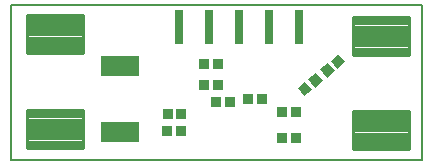
<source format=gtp>
G75*
%MOIN*%
%OFA0B0*%
%FSLAX25Y25*%
%IPPOS*%
%LPD*%
%AMOC8*
5,1,8,0,0,1.08239X$1,22.5*
%
%ADD10C,0.00500*%
%ADD11R,0.03346X0.03543*%
%ADD12R,0.12598X0.07087*%
%ADD13C,0.01102*%
%ADD14R,0.02559X0.11811*%
D10*
X0001250Y0001250D02*
X0001250Y0053150D01*
X0138350Y0053150D01*
X0138350Y0001250D01*
X0001250Y0001250D01*
D11*
X0053367Y0011050D03*
X0057933Y0011050D03*
X0058033Y0016750D03*
X0053467Y0016750D03*
X0069667Y0020750D03*
X0074233Y0020750D03*
X0080167Y0021750D03*
X0084733Y0021750D03*
X0091667Y0017250D03*
X0096233Y0017250D03*
G36*
X0101588Y0024716D02*
X0099026Y0022565D01*
X0096750Y0025278D01*
X0099312Y0027429D01*
X0101588Y0024716D01*
G37*
G36*
X0105086Y0027651D02*
X0102524Y0025500D01*
X0100248Y0028213D01*
X0102810Y0030364D01*
X0105086Y0027651D01*
G37*
G36*
X0104282Y0031563D02*
X0106844Y0033714D01*
X0109120Y0031001D01*
X0106558Y0028850D01*
X0104282Y0031563D01*
G37*
G36*
X0107780Y0034499D02*
X0110342Y0036650D01*
X0112618Y0033937D01*
X0110056Y0031786D01*
X0107780Y0034499D01*
G37*
X0070233Y0033250D03*
X0065667Y0033250D03*
X0065667Y0026250D03*
X0070233Y0026250D03*
X0091667Y0008750D03*
X0096233Y0008750D03*
D12*
X0037450Y0010726D03*
X0037450Y0032774D03*
D13*
X0025241Y0036911D02*
X0006659Y0036911D01*
X0006659Y0049589D01*
X0025241Y0049589D01*
X0025241Y0036911D01*
X0025241Y0037958D02*
X0006659Y0037958D01*
X0006659Y0039005D02*
X0025241Y0039005D01*
X0025241Y0040052D02*
X0006659Y0040052D01*
X0006659Y0041099D02*
X0025241Y0041099D01*
X0025241Y0042146D02*
X0006659Y0042146D01*
X0006659Y0043193D02*
X0025241Y0043193D01*
X0025241Y0044240D02*
X0006659Y0044240D01*
X0006659Y0045287D02*
X0025241Y0045287D01*
X0025241Y0046334D02*
X0006659Y0046334D01*
X0006659Y0047381D02*
X0025241Y0047381D01*
X0025241Y0048428D02*
X0006659Y0048428D01*
X0006659Y0049475D02*
X0025241Y0049475D01*
X0025241Y0005411D02*
X0006659Y0005411D01*
X0006659Y0018089D01*
X0025241Y0018089D01*
X0025241Y0005411D01*
X0025241Y0006458D02*
X0006659Y0006458D01*
X0006659Y0007505D02*
X0025241Y0007505D01*
X0025241Y0008552D02*
X0006659Y0008552D01*
X0006659Y0009599D02*
X0025241Y0009599D01*
X0025241Y0010646D02*
X0006659Y0010646D01*
X0006659Y0011693D02*
X0025241Y0011693D01*
X0025241Y0012740D02*
X0006659Y0012740D01*
X0006659Y0013787D02*
X0025241Y0013787D01*
X0025241Y0014834D02*
X0006659Y0014834D01*
X0006659Y0015881D02*
X0025241Y0015881D01*
X0025241Y0016928D02*
X0006659Y0016928D01*
X0006659Y0017975D02*
X0025241Y0017975D01*
X0115159Y0004911D02*
X0133741Y0004911D01*
X0115159Y0004911D02*
X0115159Y0017589D01*
X0133741Y0017589D01*
X0133741Y0004911D01*
X0133741Y0005958D02*
X0115159Y0005958D01*
X0115159Y0007005D02*
X0133741Y0007005D01*
X0133741Y0008052D02*
X0115159Y0008052D01*
X0115159Y0009099D02*
X0133741Y0009099D01*
X0133741Y0010146D02*
X0115159Y0010146D01*
X0115159Y0011193D02*
X0133741Y0011193D01*
X0133741Y0012240D02*
X0115159Y0012240D01*
X0115159Y0013287D02*
X0133741Y0013287D01*
X0133741Y0014334D02*
X0115159Y0014334D01*
X0115159Y0015381D02*
X0133741Y0015381D01*
X0133741Y0016428D02*
X0115159Y0016428D01*
X0115159Y0017475D02*
X0133741Y0017475D01*
X0133741Y0036411D02*
X0115159Y0036411D01*
X0115159Y0049089D01*
X0133741Y0049089D01*
X0133741Y0036411D01*
X0133741Y0037458D02*
X0115159Y0037458D01*
X0115159Y0038505D02*
X0133741Y0038505D01*
X0133741Y0039552D02*
X0115159Y0039552D01*
X0115159Y0040599D02*
X0133741Y0040599D01*
X0133741Y0041646D02*
X0115159Y0041646D01*
X0115159Y0042693D02*
X0133741Y0042693D01*
X0133741Y0043740D02*
X0115159Y0043740D01*
X0115159Y0044787D02*
X0133741Y0044787D01*
X0133741Y0045834D02*
X0115159Y0045834D01*
X0115159Y0046881D02*
X0133741Y0046881D01*
X0133741Y0047928D02*
X0115159Y0047928D01*
X0115159Y0048975D02*
X0133741Y0048975D01*
D14*
X0097214Y0045750D03*
X0087214Y0045750D03*
X0077214Y0045750D03*
X0067214Y0045750D03*
X0057214Y0045750D03*
M02*

</source>
